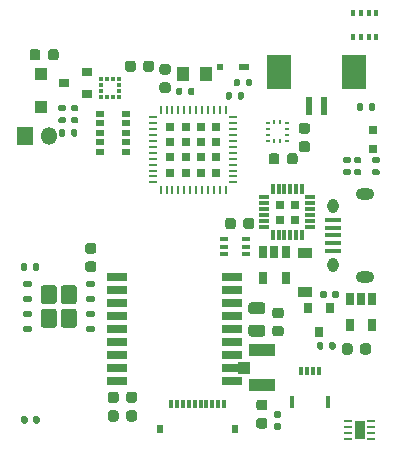
<source format=gtp>
G04 #@! TF.GenerationSoftware,KiCad,Pcbnew,(5.1.9)-1*
G04 #@! TF.CreationDate,2021-05-12T11:04:24-07:00*
G04 #@! TF.ProjectId,Watchy,57617463-6879-42e6-9b69-6361645f7063,rev?*
G04 #@! TF.SameCoordinates,Original*
G04 #@! TF.FileFunction,Paste,Top*
G04 #@! TF.FilePolarity,Positive*
%FSLAX46Y46*%
G04 Gerber Fmt 4.6, Leading zero omitted, Abs format (unit mm)*
G04 Created by KiCad (PCBNEW (5.1.9)-1) date 2021-05-12 11:04:24*
%MOMM*%
%LPD*%
G01*
G04 APERTURE LIST*
%ADD10R,1.100000X1.050000*%
%ADD11R,2.250000X1.100000*%
%ADD12R,1.800000X0.800000*%
%ADD13O,0.950000X1.250000*%
%ADD14O,1.550000X1.000000*%
%ADD15R,1.350000X0.400000*%
%ADD16R,0.889000X1.600200*%
%ADD17R,0.762000X0.254000*%
%ADD18R,0.300000X0.650000*%
%ADD19R,0.550000X0.800000*%
%ADD20R,0.300000X1.000000*%
%ADD21R,0.300000X0.700000*%
%ADD22R,0.800000X0.500000*%
%ADD23R,0.350000X0.500000*%
%ADD24R,0.304800X0.279400*%
%ADD25R,0.279400X0.304800*%
%ADD26R,0.350000X0.375000*%
%ADD27R,0.375000X0.350000*%
%ADD28R,0.500000X1.600000*%
%ADD29R,2.100000X2.900000*%
%ADD30R,0.780000X0.780000*%
%ADD31R,0.300000X0.850000*%
%ADD32R,0.850000X0.300000*%
%ADD33R,1.000000X1.250000*%
%ADD34R,1.200000X0.900000*%
%ADD35R,0.800000X0.800000*%
%ADD36R,1.100000X1.100000*%
%ADD37R,0.800000X0.900000*%
%ADD38R,0.900000X0.800000*%
%ADD39R,0.772500X0.772500*%
%ADD40R,0.700000X0.250000*%
%ADD41R,0.250000X0.700000*%
%ADD42R,0.650000X1.060000*%
%ADD43R,0.650000X0.400000*%
%ADD44O,1.350000X1.500000*%
%ADD45R,1.350000X1.500000*%
%ADD46R,0.500000X0.500000*%
%ADD47R,0.900000X0.500000*%
G04 APERTURE END LIST*
G36*
G01*
X78068000Y-95244000D02*
X77568000Y-95244000D01*
G75*
G02*
X77343000Y-95019000I0J225000D01*
G01*
X77343000Y-94569000D01*
G75*
G02*
X77568000Y-94344000I225000J0D01*
G01*
X78068000Y-94344000D01*
G75*
G02*
X78293000Y-94569000I0J-225000D01*
G01*
X78293000Y-95019000D01*
G75*
G02*
X78068000Y-95244000I-225000J0D01*
G01*
G37*
G36*
G01*
X78068000Y-96794000D02*
X77568000Y-96794000D01*
G75*
G02*
X77343000Y-96569000I0J225000D01*
G01*
X77343000Y-96119000D01*
G75*
G02*
X77568000Y-95894000I225000J0D01*
G01*
X78068000Y-95894000D01*
G75*
G02*
X78293000Y-96119000I0J-225000D01*
G01*
X78293000Y-96569000D01*
G75*
G02*
X78068000Y-96794000I-225000J0D01*
G01*
G37*
G36*
G01*
X82260000Y-79631000D02*
X82260000Y-79131000D01*
G75*
G02*
X82485000Y-78906000I225000J0D01*
G01*
X82935000Y-78906000D01*
G75*
G02*
X83160000Y-79131000I0J-225000D01*
G01*
X83160000Y-79631000D01*
G75*
G02*
X82935000Y-79856000I-225000J0D01*
G01*
X82485000Y-79856000D01*
G75*
G02*
X82260000Y-79631000I0J225000D01*
G01*
G37*
G36*
G01*
X80710000Y-79631000D02*
X80710000Y-79131000D01*
G75*
G02*
X80935000Y-78906000I225000J0D01*
G01*
X81385000Y-78906000D01*
G75*
G02*
X81610000Y-79131000I0J-225000D01*
G01*
X81610000Y-79631000D01*
G75*
G02*
X81385000Y-79856000I-225000J0D01*
G01*
X80935000Y-79856000D01*
G75*
G02*
X80710000Y-79631000I0J225000D01*
G01*
G37*
G36*
G01*
X92342000Y-100360000D02*
X91392000Y-100360000D01*
G75*
G02*
X91142000Y-100110000I0J250000D01*
G01*
X91142000Y-99610000D01*
G75*
G02*
X91392000Y-99360000I250000J0D01*
G01*
X92342000Y-99360000D01*
G75*
G02*
X92592000Y-99610000I0J-250000D01*
G01*
X92592000Y-100110000D01*
G75*
G02*
X92342000Y-100360000I-250000J0D01*
G01*
G37*
G36*
G01*
X92342000Y-102260000D02*
X91392000Y-102260000D01*
G75*
G02*
X91142000Y-102010000I0J250000D01*
G01*
X91142000Y-101510000D01*
G75*
G02*
X91392000Y-101260000I250000J0D01*
G01*
X92342000Y-101260000D01*
G75*
G02*
X92592000Y-101510000I0J-250000D01*
G01*
X92592000Y-102010000D01*
G75*
G02*
X92342000Y-102260000I-250000J0D01*
G01*
G37*
G36*
G01*
X93909000Y-100704000D02*
X93409000Y-100704000D01*
G75*
G02*
X93184000Y-100479000I0J225000D01*
G01*
X93184000Y-100029000D01*
G75*
G02*
X93409000Y-99804000I225000J0D01*
G01*
X93909000Y-99804000D01*
G75*
G02*
X94134000Y-100029000I0J-225000D01*
G01*
X94134000Y-100479000D01*
G75*
G02*
X93909000Y-100704000I-225000J0D01*
G01*
G37*
G36*
G01*
X93909000Y-102254000D02*
X93409000Y-102254000D01*
G75*
G02*
X93184000Y-102029000I0J225000D01*
G01*
X93184000Y-101579000D01*
G75*
G02*
X93409000Y-101354000I225000J0D01*
G01*
X93909000Y-101354000D01*
G75*
G02*
X94134000Y-101579000I0J-225000D01*
G01*
X94134000Y-102029000D01*
G75*
G02*
X93909000Y-102254000I-225000J0D01*
G01*
G37*
D10*
X90750000Y-104900000D03*
D11*
X92300000Y-106375000D03*
X92300000Y-103425000D03*
G36*
G01*
X72050000Y-97930000D02*
X72050000Y-97680000D01*
G75*
G02*
X72175000Y-97555000I125000J0D01*
G01*
X72700000Y-97555000D01*
G75*
G02*
X72825000Y-97680000I0J-125000D01*
G01*
X72825000Y-97930000D01*
G75*
G02*
X72700000Y-98055000I-125000J0D01*
G01*
X72175000Y-98055000D01*
G75*
G02*
X72050000Y-97930000I0J125000D01*
G01*
G37*
G36*
G01*
X72050000Y-99200000D02*
X72050000Y-98950000D01*
G75*
G02*
X72175000Y-98825000I125000J0D01*
G01*
X72700000Y-98825000D01*
G75*
G02*
X72825000Y-98950000I0J-125000D01*
G01*
X72825000Y-99200000D01*
G75*
G02*
X72700000Y-99325000I-125000J0D01*
G01*
X72175000Y-99325000D01*
G75*
G02*
X72050000Y-99200000I0J125000D01*
G01*
G37*
G36*
G01*
X72050000Y-100470000D02*
X72050000Y-100220000D01*
G75*
G02*
X72175000Y-100095000I125000J0D01*
G01*
X72700000Y-100095000D01*
G75*
G02*
X72825000Y-100220000I0J-125000D01*
G01*
X72825000Y-100470000D01*
G75*
G02*
X72700000Y-100595000I-125000J0D01*
G01*
X72175000Y-100595000D01*
G75*
G02*
X72050000Y-100470000I0J125000D01*
G01*
G37*
G36*
G01*
X72050000Y-101740000D02*
X72050000Y-101490000D01*
G75*
G02*
X72175000Y-101365000I125000J0D01*
G01*
X72700000Y-101365000D01*
G75*
G02*
X72825000Y-101490000I0J-125000D01*
G01*
X72825000Y-101740000D01*
G75*
G02*
X72700000Y-101865000I-125000J0D01*
G01*
X72175000Y-101865000D01*
G75*
G02*
X72050000Y-101740000I0J125000D01*
G01*
G37*
G36*
G01*
X77375000Y-101740000D02*
X77375000Y-101490000D01*
G75*
G02*
X77500000Y-101365000I125000J0D01*
G01*
X78025000Y-101365000D01*
G75*
G02*
X78150000Y-101490000I0J-125000D01*
G01*
X78150000Y-101740000D01*
G75*
G02*
X78025000Y-101865000I-125000J0D01*
G01*
X77500000Y-101865000D01*
G75*
G02*
X77375000Y-101740000I0J125000D01*
G01*
G37*
G36*
G01*
X77375000Y-100470000D02*
X77375000Y-100220000D01*
G75*
G02*
X77500000Y-100095000I125000J0D01*
G01*
X78025000Y-100095000D01*
G75*
G02*
X78150000Y-100220000I0J-125000D01*
G01*
X78150000Y-100470000D01*
G75*
G02*
X78025000Y-100595000I-125000J0D01*
G01*
X77500000Y-100595000D01*
G75*
G02*
X77375000Y-100470000I0J125000D01*
G01*
G37*
G36*
G01*
X77375000Y-99200000D02*
X77375000Y-98950000D01*
G75*
G02*
X77500000Y-98825000I125000J0D01*
G01*
X78025000Y-98825000D01*
G75*
G02*
X78150000Y-98950000I0J-125000D01*
G01*
X78150000Y-99200000D01*
G75*
G02*
X78025000Y-99325000I-125000J0D01*
G01*
X77500000Y-99325000D01*
G75*
G02*
X77375000Y-99200000I0J125000D01*
G01*
G37*
G36*
G01*
X77375000Y-97930000D02*
X77375000Y-97680000D01*
G75*
G02*
X77500000Y-97555000I125000J0D01*
G01*
X78025000Y-97555000D01*
G75*
G02*
X78150000Y-97680000I0J-125000D01*
G01*
X78150000Y-97930000D01*
G75*
G02*
X78025000Y-98055000I-125000J0D01*
G01*
X77500000Y-98055000D01*
G75*
G02*
X77375000Y-97930000I0J125000D01*
G01*
G37*
G36*
G01*
X73565000Y-99265005D02*
X73565000Y-98154995D01*
G75*
G02*
X73814995Y-97905000I249995J0D01*
G01*
X74685005Y-97905000D01*
G75*
G02*
X74935000Y-98154995I0J-249995D01*
G01*
X74935000Y-99265005D01*
G75*
G02*
X74685005Y-99515000I-249995J0D01*
G01*
X73814995Y-99515000D01*
G75*
G02*
X73565000Y-99265005I0J249995D01*
G01*
G37*
G36*
G01*
X73565000Y-101265005D02*
X73565000Y-100154995D01*
G75*
G02*
X73814995Y-99905000I249995J0D01*
G01*
X74685005Y-99905000D01*
G75*
G02*
X74935000Y-100154995I0J-249995D01*
G01*
X74935000Y-101265005D01*
G75*
G02*
X74685005Y-101515000I-249995J0D01*
G01*
X73814995Y-101515000D01*
G75*
G02*
X73565000Y-101265005I0J249995D01*
G01*
G37*
G36*
G01*
X75265000Y-99265005D02*
X75265000Y-98154995D01*
G75*
G02*
X75514995Y-97905000I249995J0D01*
G01*
X76385005Y-97905000D01*
G75*
G02*
X76635000Y-98154995I0J-249995D01*
G01*
X76635000Y-99265005D01*
G75*
G02*
X76385005Y-99515000I-249995J0D01*
G01*
X75514995Y-99515000D01*
G75*
G02*
X75265000Y-99265005I0J249995D01*
G01*
G37*
G36*
G01*
X75265000Y-101265005D02*
X75265000Y-100154995D01*
G75*
G02*
X75514995Y-99905000I249995J0D01*
G01*
X76385005Y-99905000D01*
G75*
G02*
X76635000Y-100154995I0J-249995D01*
G01*
X76635000Y-101265005D01*
G75*
G02*
X76385005Y-101515000I-249995J0D01*
G01*
X75514995Y-101515000D01*
G75*
G02*
X75265000Y-101265005I0J249995D01*
G01*
G37*
D12*
X80050000Y-97210000D03*
X80050000Y-98310000D03*
X80050000Y-99410000D03*
X80050000Y-100510000D03*
X80050000Y-101610000D03*
X80050000Y-102710000D03*
X80050000Y-103810000D03*
X80050000Y-104910000D03*
X80050000Y-106010000D03*
X89750000Y-106010000D03*
X89750000Y-104910000D03*
X89750000Y-103810000D03*
X89750000Y-102710000D03*
X89750000Y-101610000D03*
X89750000Y-100510000D03*
X89750000Y-99410000D03*
X89750000Y-98310000D03*
X89750000Y-97210000D03*
D13*
X98350000Y-91180000D03*
X98350000Y-96180000D03*
D14*
X101050000Y-90180000D03*
X101050000Y-97180000D03*
D15*
X98350000Y-94980000D03*
X98350000Y-94330000D03*
X98350000Y-93680000D03*
X98350000Y-93030000D03*
X98350000Y-92380000D03*
G36*
G01*
X76265000Y-83670000D02*
X76635000Y-83670000D01*
G75*
G02*
X76770000Y-83805000I0J-135000D01*
G01*
X76770000Y-84075000D01*
G75*
G02*
X76635000Y-84210000I-135000J0D01*
G01*
X76265000Y-84210000D01*
G75*
G02*
X76130000Y-84075000I0J135000D01*
G01*
X76130000Y-83805000D01*
G75*
G02*
X76265000Y-83670000I135000J0D01*
G01*
G37*
G36*
G01*
X76265000Y-82650000D02*
X76635000Y-82650000D01*
G75*
G02*
X76770000Y-82785000I0J-135000D01*
G01*
X76770000Y-83055000D01*
G75*
G02*
X76635000Y-83190000I-135000J0D01*
G01*
X76265000Y-83190000D01*
G75*
G02*
X76130000Y-83055000I0J135000D01*
G01*
X76130000Y-82785000D01*
G75*
G02*
X76265000Y-82650000I135000J0D01*
G01*
G37*
G36*
G01*
X101755000Y-88070000D02*
X102125000Y-88070000D01*
G75*
G02*
X102260000Y-88205000I0J-135000D01*
G01*
X102260000Y-88475000D01*
G75*
G02*
X102125000Y-88610000I-135000J0D01*
G01*
X101755000Y-88610000D01*
G75*
G02*
X101620000Y-88475000I0J135000D01*
G01*
X101620000Y-88205000D01*
G75*
G02*
X101755000Y-88070000I135000J0D01*
G01*
G37*
G36*
G01*
X101755000Y-87050000D02*
X102125000Y-87050000D01*
G75*
G02*
X102260000Y-87185000I0J-135000D01*
G01*
X102260000Y-87455000D01*
G75*
G02*
X102125000Y-87590000I-135000J0D01*
G01*
X101755000Y-87590000D01*
G75*
G02*
X101620000Y-87455000I0J135000D01*
G01*
X101620000Y-87185000D01*
G75*
G02*
X101755000Y-87050000I135000J0D01*
G01*
G37*
G36*
G01*
X97990000Y-103225000D02*
X97990000Y-102855000D01*
G75*
G02*
X98125000Y-102720000I135000J0D01*
G01*
X98395000Y-102720000D01*
G75*
G02*
X98530000Y-102855000I0J-135000D01*
G01*
X98530000Y-103225000D01*
G75*
G02*
X98395000Y-103360000I-135000J0D01*
G01*
X98125000Y-103360000D01*
G75*
G02*
X97990000Y-103225000I0J135000D01*
G01*
G37*
G36*
G01*
X96970000Y-103225000D02*
X96970000Y-102855000D01*
G75*
G02*
X97105000Y-102720000I135000J0D01*
G01*
X97375000Y-102720000D01*
G75*
G02*
X97510000Y-102855000I0J-135000D01*
G01*
X97510000Y-103225000D01*
G75*
G02*
X97375000Y-103360000I-135000J0D01*
G01*
X97105000Y-103360000D01*
G75*
G02*
X96970000Y-103225000I0J135000D01*
G01*
G37*
G36*
G01*
X97780000Y-98525000D02*
X97780000Y-98895000D01*
G75*
G02*
X97645000Y-99030000I-135000J0D01*
G01*
X97375000Y-99030000D01*
G75*
G02*
X97240000Y-98895000I0J135000D01*
G01*
X97240000Y-98525000D01*
G75*
G02*
X97375000Y-98390000I135000J0D01*
G01*
X97645000Y-98390000D01*
G75*
G02*
X97780000Y-98525000I0J-135000D01*
G01*
G37*
G36*
G01*
X98800000Y-98525000D02*
X98800000Y-98895000D01*
G75*
G02*
X98665000Y-99030000I-135000J0D01*
G01*
X98395000Y-99030000D01*
G75*
G02*
X98260000Y-98895000I0J135000D01*
G01*
X98260000Y-98525000D01*
G75*
G02*
X98395000Y-98390000I135000J0D01*
G01*
X98665000Y-98390000D01*
G75*
G02*
X98800000Y-98525000I0J-135000D01*
G01*
G37*
G36*
G01*
X99685000Y-87590000D02*
X99315000Y-87590000D01*
G75*
G02*
X99180000Y-87455000I0J135000D01*
G01*
X99180000Y-87185000D01*
G75*
G02*
X99315000Y-87050000I135000J0D01*
G01*
X99685000Y-87050000D01*
G75*
G02*
X99820000Y-87185000I0J-135000D01*
G01*
X99820000Y-87455000D01*
G75*
G02*
X99685000Y-87590000I-135000J0D01*
G01*
G37*
G36*
G01*
X99685000Y-88610000D02*
X99315000Y-88610000D01*
G75*
G02*
X99180000Y-88475000I0J135000D01*
G01*
X99180000Y-88205000D01*
G75*
G02*
X99315000Y-88070000I135000J0D01*
G01*
X99685000Y-88070000D01*
G75*
G02*
X99820000Y-88205000I0J-135000D01*
G01*
X99820000Y-88475000D01*
G75*
G02*
X99685000Y-88610000I-135000J0D01*
G01*
G37*
G36*
G01*
X100585000Y-87590000D02*
X100215000Y-87590000D01*
G75*
G02*
X100080000Y-87455000I0J135000D01*
G01*
X100080000Y-87185000D01*
G75*
G02*
X100215000Y-87050000I135000J0D01*
G01*
X100585000Y-87050000D01*
G75*
G02*
X100720000Y-87185000I0J-135000D01*
G01*
X100720000Y-87455000D01*
G75*
G02*
X100585000Y-87590000I-135000J0D01*
G01*
G37*
G36*
G01*
X100585000Y-88610000D02*
X100215000Y-88610000D01*
G75*
G02*
X100080000Y-88475000I0J135000D01*
G01*
X100080000Y-88205000D01*
G75*
G02*
X100215000Y-88070000I135000J0D01*
G01*
X100585000Y-88070000D01*
G75*
G02*
X100720000Y-88205000I0J-135000D01*
G01*
X100720000Y-88475000D01*
G75*
G02*
X100585000Y-88610000I-135000J0D01*
G01*
G37*
G36*
G01*
X72940000Y-109495000D02*
X72940000Y-109125000D01*
G75*
G02*
X73075000Y-108990000I135000J0D01*
G01*
X73345000Y-108990000D01*
G75*
G02*
X73480000Y-109125000I0J-135000D01*
G01*
X73480000Y-109495000D01*
G75*
G02*
X73345000Y-109630000I-135000J0D01*
G01*
X73075000Y-109630000D01*
G75*
G02*
X72940000Y-109495000I0J135000D01*
G01*
G37*
G36*
G01*
X71920000Y-109495000D02*
X71920000Y-109125000D01*
G75*
G02*
X72055000Y-108990000I135000J0D01*
G01*
X72325000Y-108990000D01*
G75*
G02*
X72460000Y-109125000I0J-135000D01*
G01*
X72460000Y-109495000D01*
G75*
G02*
X72325000Y-109630000I-135000J0D01*
G01*
X72055000Y-109630000D01*
G75*
G02*
X71920000Y-109495000I0J135000D01*
G01*
G37*
G36*
G01*
X93795000Y-109140000D02*
X93425000Y-109140000D01*
G75*
G02*
X93290000Y-109005000I0J135000D01*
G01*
X93290000Y-108735000D01*
G75*
G02*
X93425000Y-108600000I135000J0D01*
G01*
X93795000Y-108600000D01*
G75*
G02*
X93930000Y-108735000I0J-135000D01*
G01*
X93930000Y-109005000D01*
G75*
G02*
X93795000Y-109140000I-135000J0D01*
G01*
G37*
G36*
G01*
X93795000Y-110160000D02*
X93425000Y-110160000D01*
G75*
G02*
X93290000Y-110025000I0J135000D01*
G01*
X93290000Y-109755000D01*
G75*
G02*
X93425000Y-109620000I135000J0D01*
G01*
X93795000Y-109620000D01*
G75*
G02*
X93930000Y-109755000I0J-135000D01*
G01*
X93930000Y-110025000D01*
G75*
G02*
X93795000Y-110160000I-135000J0D01*
G01*
G37*
G36*
G01*
X76140000Y-85195000D02*
X76140000Y-84825000D01*
G75*
G02*
X76275000Y-84690000I135000J0D01*
G01*
X76545000Y-84690000D01*
G75*
G02*
X76680000Y-84825000I0J-135000D01*
G01*
X76680000Y-85195000D01*
G75*
G02*
X76545000Y-85330000I-135000J0D01*
G01*
X76275000Y-85330000D01*
G75*
G02*
X76140000Y-85195000I0J135000D01*
G01*
G37*
G36*
G01*
X75120000Y-85195000D02*
X75120000Y-84825000D01*
G75*
G02*
X75255000Y-84690000I135000J0D01*
G01*
X75525000Y-84690000D01*
G75*
G02*
X75660000Y-84825000I0J-135000D01*
G01*
X75660000Y-85195000D01*
G75*
G02*
X75525000Y-85330000I-135000J0D01*
G01*
X75255000Y-85330000D01*
G75*
G02*
X75120000Y-85195000I0J135000D01*
G01*
G37*
G36*
G01*
X75205000Y-83670000D02*
X75575000Y-83670000D01*
G75*
G02*
X75710000Y-83805000I0J-135000D01*
G01*
X75710000Y-84075000D01*
G75*
G02*
X75575000Y-84210000I-135000J0D01*
G01*
X75205000Y-84210000D01*
G75*
G02*
X75070000Y-84075000I0J135000D01*
G01*
X75070000Y-83805000D01*
G75*
G02*
X75205000Y-83670000I135000J0D01*
G01*
G37*
G36*
G01*
X75205000Y-82650000D02*
X75575000Y-82650000D01*
G75*
G02*
X75710000Y-82785000I0J-135000D01*
G01*
X75710000Y-83055000D01*
G75*
G02*
X75575000Y-83190000I-135000J0D01*
G01*
X75205000Y-83190000D01*
G75*
G02*
X75070000Y-83055000I0J135000D01*
G01*
X75070000Y-82785000D01*
G75*
G02*
X75205000Y-82650000I135000J0D01*
G01*
G37*
G36*
G01*
X72925000Y-96550000D02*
X72925000Y-96180000D01*
G75*
G02*
X73060000Y-96045000I135000J0D01*
G01*
X73330000Y-96045000D01*
G75*
G02*
X73465000Y-96180000I0J-135000D01*
G01*
X73465000Y-96550000D01*
G75*
G02*
X73330000Y-96685000I-135000J0D01*
G01*
X73060000Y-96685000D01*
G75*
G02*
X72925000Y-96550000I0J135000D01*
G01*
G37*
G36*
G01*
X71905000Y-96550000D02*
X71905000Y-96180000D01*
G75*
G02*
X72040000Y-96045000I135000J0D01*
G01*
X72310000Y-96045000D01*
G75*
G02*
X72445000Y-96180000I0J-135000D01*
G01*
X72445000Y-96550000D01*
G75*
G02*
X72310000Y-96685000I-135000J0D01*
G01*
X72040000Y-96685000D01*
G75*
G02*
X71905000Y-96550000I0J135000D01*
G01*
G37*
G36*
G01*
X100860000Y-82625000D02*
X100860000Y-82995000D01*
G75*
G02*
X100725000Y-83130000I-135000J0D01*
G01*
X100455000Y-83130000D01*
G75*
G02*
X100320000Y-82995000I0J135000D01*
G01*
X100320000Y-82625000D01*
G75*
G02*
X100455000Y-82490000I135000J0D01*
G01*
X100725000Y-82490000D01*
G75*
G02*
X100860000Y-82625000I0J-135000D01*
G01*
G37*
G36*
G01*
X101880000Y-82625000D02*
X101880000Y-82995000D01*
G75*
G02*
X101745000Y-83130000I-135000J0D01*
G01*
X101475000Y-83130000D01*
G75*
G02*
X101340000Y-82995000I0J135000D01*
G01*
X101340000Y-82625000D01*
G75*
G02*
X101475000Y-82490000I135000J0D01*
G01*
X101745000Y-82490000D01*
G75*
G02*
X101880000Y-82625000I0J-135000D01*
G01*
G37*
G36*
G01*
X89758000Y-81696000D02*
X89758000Y-82066000D01*
G75*
G02*
X89623000Y-82201000I-135000J0D01*
G01*
X89353000Y-82201000D01*
G75*
G02*
X89218000Y-82066000I0J135000D01*
G01*
X89218000Y-81696000D01*
G75*
G02*
X89353000Y-81561000I135000J0D01*
G01*
X89623000Y-81561000D01*
G75*
G02*
X89758000Y-81696000I0J-135000D01*
G01*
G37*
G36*
G01*
X90778000Y-81696000D02*
X90778000Y-82066000D01*
G75*
G02*
X90643000Y-82201000I-135000J0D01*
G01*
X90373000Y-82201000D01*
G75*
G02*
X90238000Y-82066000I0J135000D01*
G01*
X90238000Y-81696000D01*
G75*
G02*
X90373000Y-81561000I135000J0D01*
G01*
X90643000Y-81561000D01*
G75*
G02*
X90778000Y-81696000I0J-135000D01*
G01*
G37*
G36*
G01*
X90935000Y-80940000D02*
X90935000Y-80570000D01*
G75*
G02*
X91070000Y-80435000I135000J0D01*
G01*
X91340000Y-80435000D01*
G75*
G02*
X91475000Y-80570000I0J-135000D01*
G01*
X91475000Y-80940000D01*
G75*
G02*
X91340000Y-81075000I-135000J0D01*
G01*
X91070000Y-81075000D01*
G75*
G02*
X90935000Y-80940000I0J135000D01*
G01*
G37*
G36*
G01*
X89915000Y-80940000D02*
X89915000Y-80570000D01*
G75*
G02*
X90050000Y-80435000I135000J0D01*
G01*
X90320000Y-80435000D01*
G75*
G02*
X90455000Y-80570000I0J-135000D01*
G01*
X90455000Y-80940000D01*
G75*
G02*
X90320000Y-81075000I-135000J0D01*
G01*
X90050000Y-81075000D01*
G75*
G02*
X89915000Y-80940000I0J135000D01*
G01*
G37*
G36*
G01*
X85560000Y-81325000D02*
X85560000Y-81695000D01*
G75*
G02*
X85425000Y-81830000I-135000J0D01*
G01*
X85155000Y-81830000D01*
G75*
G02*
X85020000Y-81695000I0J135000D01*
G01*
X85020000Y-81325000D01*
G75*
G02*
X85155000Y-81190000I135000J0D01*
G01*
X85425000Y-81190000D01*
G75*
G02*
X85560000Y-81325000I0J-135000D01*
G01*
G37*
G36*
G01*
X86580000Y-81325000D02*
X86580000Y-81695000D01*
G75*
G02*
X86445000Y-81830000I-135000J0D01*
G01*
X86175000Y-81830000D01*
G75*
G02*
X86040000Y-81695000I0J135000D01*
G01*
X86040000Y-81325000D01*
G75*
G02*
X86175000Y-81190000I135000J0D01*
G01*
X86445000Y-81190000D01*
G75*
G02*
X86580000Y-81325000I0J-135000D01*
G01*
G37*
G36*
G01*
X95650000Y-85735000D02*
X96150000Y-85735000D01*
G75*
G02*
X96375000Y-85960000I0J-225000D01*
G01*
X96375000Y-86410000D01*
G75*
G02*
X96150000Y-86635000I-225000J0D01*
G01*
X95650000Y-86635000D01*
G75*
G02*
X95425000Y-86410000I0J225000D01*
G01*
X95425000Y-85960000D01*
G75*
G02*
X95650000Y-85735000I225000J0D01*
G01*
G37*
G36*
G01*
X95650000Y-84185000D02*
X96150000Y-84185000D01*
G75*
G02*
X96375000Y-84410000I0J-225000D01*
G01*
X96375000Y-84860000D01*
G75*
G02*
X96150000Y-85085000I-225000J0D01*
G01*
X95650000Y-85085000D01*
G75*
G02*
X95425000Y-84860000I0J225000D01*
G01*
X95425000Y-84410000D01*
G75*
G02*
X95650000Y-84185000I225000J0D01*
G01*
G37*
G36*
G01*
X94425000Y-87460000D02*
X94425000Y-86960000D01*
G75*
G02*
X94650000Y-86735000I225000J0D01*
G01*
X95100000Y-86735000D01*
G75*
G02*
X95325000Y-86960000I0J-225000D01*
G01*
X95325000Y-87460000D01*
G75*
G02*
X95100000Y-87685000I-225000J0D01*
G01*
X94650000Y-87685000D01*
G75*
G02*
X94425000Y-87460000I0J225000D01*
G01*
G37*
G36*
G01*
X92875000Y-87460000D02*
X92875000Y-86960000D01*
G75*
G02*
X93100000Y-86735000I225000J0D01*
G01*
X93550000Y-86735000D01*
G75*
G02*
X93775000Y-86960000I0J-225000D01*
G01*
X93775000Y-87460000D01*
G75*
G02*
X93550000Y-87685000I-225000J0D01*
G01*
X93100000Y-87685000D01*
G75*
G02*
X92875000Y-87460000I0J225000D01*
G01*
G37*
G36*
G01*
X100625000Y-103560000D02*
X100625000Y-103060000D01*
G75*
G02*
X100850000Y-102835000I225000J0D01*
G01*
X101300000Y-102835000D01*
G75*
G02*
X101525000Y-103060000I0J-225000D01*
G01*
X101525000Y-103560000D01*
G75*
G02*
X101300000Y-103785000I-225000J0D01*
G01*
X100850000Y-103785000D01*
G75*
G02*
X100625000Y-103560000I0J225000D01*
G01*
G37*
G36*
G01*
X99075000Y-103560000D02*
X99075000Y-103060000D01*
G75*
G02*
X99300000Y-102835000I225000J0D01*
G01*
X99750000Y-102835000D01*
G75*
G02*
X99975000Y-103060000I0J-225000D01*
G01*
X99975000Y-103560000D01*
G75*
G02*
X99750000Y-103785000I-225000J0D01*
G01*
X99300000Y-103785000D01*
G75*
G02*
X99075000Y-103560000I0J225000D01*
G01*
G37*
G36*
G01*
X80815000Y-107660000D02*
X80815000Y-107160000D01*
G75*
G02*
X81040000Y-106935000I225000J0D01*
G01*
X81490000Y-106935000D01*
G75*
G02*
X81715000Y-107160000I0J-225000D01*
G01*
X81715000Y-107660000D01*
G75*
G02*
X81490000Y-107885000I-225000J0D01*
G01*
X81040000Y-107885000D01*
G75*
G02*
X80815000Y-107660000I0J225000D01*
G01*
G37*
G36*
G01*
X79265000Y-107660000D02*
X79265000Y-107160000D01*
G75*
G02*
X79490000Y-106935000I225000J0D01*
G01*
X79940000Y-106935000D01*
G75*
G02*
X80165000Y-107160000I0J-225000D01*
G01*
X80165000Y-107660000D01*
G75*
G02*
X79940000Y-107885000I-225000J0D01*
G01*
X79490000Y-107885000D01*
G75*
G02*
X79265000Y-107660000I0J225000D01*
G01*
G37*
G36*
G01*
X80815000Y-109230000D02*
X80815000Y-108730000D01*
G75*
G02*
X81040000Y-108505000I225000J0D01*
G01*
X81490000Y-108505000D01*
G75*
G02*
X81715000Y-108730000I0J-225000D01*
G01*
X81715000Y-109230000D01*
G75*
G02*
X81490000Y-109455000I-225000J0D01*
G01*
X81040000Y-109455000D01*
G75*
G02*
X80815000Y-109230000I0J225000D01*
G01*
G37*
G36*
G01*
X79265000Y-109230000D02*
X79265000Y-108730000D01*
G75*
G02*
X79490000Y-108505000I225000J0D01*
G01*
X79940000Y-108505000D01*
G75*
G02*
X80165000Y-108730000I0J-225000D01*
G01*
X80165000Y-109230000D01*
G75*
G02*
X79940000Y-109455000I-225000J0D01*
G01*
X79490000Y-109455000D01*
G75*
G02*
X79265000Y-109230000I0J225000D01*
G01*
G37*
G36*
G01*
X92040000Y-109155000D02*
X92540000Y-109155000D01*
G75*
G02*
X92765000Y-109380000I0J-225000D01*
G01*
X92765000Y-109830000D01*
G75*
G02*
X92540000Y-110055000I-225000J0D01*
G01*
X92040000Y-110055000D01*
G75*
G02*
X91815000Y-109830000I0J225000D01*
G01*
X91815000Y-109380000D01*
G75*
G02*
X92040000Y-109155000I225000J0D01*
G01*
G37*
G36*
G01*
X92040000Y-107605000D02*
X92540000Y-107605000D01*
G75*
G02*
X92765000Y-107830000I0J-225000D01*
G01*
X92765000Y-108280000D01*
G75*
G02*
X92540000Y-108505000I-225000J0D01*
G01*
X92040000Y-108505000D01*
G75*
G02*
X91815000Y-108280000I0J225000D01*
G01*
X91815000Y-107830000D01*
G75*
G02*
X92040000Y-107605000I225000J0D01*
G01*
G37*
D16*
X100578000Y-110161000D03*
D17*
X99600100Y-110911001D03*
X99600100Y-110411000D03*
X99600100Y-109911000D03*
X99600100Y-109410999D03*
X101555900Y-109410999D03*
X101555900Y-109911000D03*
X101555900Y-110411000D03*
X101555900Y-110911001D03*
D18*
X84600000Y-107986000D03*
X85100000Y-107986000D03*
X85600000Y-107986000D03*
X86100000Y-107986000D03*
X86600000Y-107986000D03*
X87100000Y-107986000D03*
X87600000Y-107986000D03*
X88100000Y-107986000D03*
X88600000Y-107986000D03*
X89100000Y-107986000D03*
D19*
X83675000Y-110061000D03*
X90025000Y-110061000D03*
D20*
X97890000Y-107825000D03*
X94810000Y-107825000D03*
D21*
X97100000Y-105175000D03*
X96600000Y-105175000D03*
X96100000Y-105175000D03*
X95600000Y-105175000D03*
D22*
X80800000Y-83410000D03*
X80800000Y-84210000D03*
X80800000Y-85010000D03*
X80800000Y-85810000D03*
X80800000Y-86610000D03*
X78600000Y-86610000D03*
X78600000Y-85810000D03*
X78600000Y-85010000D03*
X78600000Y-84210000D03*
X78600000Y-83410000D03*
D23*
X100025000Y-76935000D03*
X100675000Y-76935000D03*
X101325000Y-76935000D03*
X101975000Y-76935000D03*
X101975000Y-74885000D03*
X101325000Y-74885000D03*
X100675000Y-74885000D03*
X100025000Y-74885000D03*
D24*
X92774500Y-84159999D03*
X92774500Y-84660000D03*
X92774500Y-85160000D03*
X92774500Y-85660001D03*
D25*
X93350000Y-85735500D03*
X93850000Y-85735500D03*
D24*
X94425500Y-85660001D03*
X94425500Y-85160000D03*
X94425500Y-84660000D03*
X94425500Y-84159999D03*
D25*
X93850000Y-84084500D03*
X93350000Y-84084500D03*
G36*
G01*
X74185000Y-78650000D02*
X74185000Y-78150000D01*
G75*
G02*
X74410000Y-77925000I225000J0D01*
G01*
X74860000Y-77925000D01*
G75*
G02*
X75085000Y-78150000I0J-225000D01*
G01*
X75085000Y-78650000D01*
G75*
G02*
X74860000Y-78875000I-225000J0D01*
G01*
X74410000Y-78875000D01*
G75*
G02*
X74185000Y-78650000I0J225000D01*
G01*
G37*
G36*
G01*
X72635000Y-78650000D02*
X72635000Y-78150000D01*
G75*
G02*
X72860000Y-77925000I225000J0D01*
G01*
X73310000Y-77925000D01*
G75*
G02*
X73535000Y-78150000I0J-225000D01*
G01*
X73535000Y-78650000D01*
G75*
G02*
X73310000Y-78875000I-225000J0D01*
G01*
X72860000Y-78875000D01*
G75*
G02*
X72635000Y-78650000I0J225000D01*
G01*
G37*
G36*
G01*
X90735000Y-92940000D02*
X90735000Y-92440000D01*
G75*
G02*
X90960000Y-92215000I225000J0D01*
G01*
X91410000Y-92215000D01*
G75*
G02*
X91635000Y-92440000I0J-225000D01*
G01*
X91635000Y-92940000D01*
G75*
G02*
X91410000Y-93165000I-225000J0D01*
G01*
X90960000Y-93165000D01*
G75*
G02*
X90735000Y-92940000I0J225000D01*
G01*
G37*
G36*
G01*
X89185000Y-92940000D02*
X89185000Y-92440000D01*
G75*
G02*
X89410000Y-92215000I225000J0D01*
G01*
X89860000Y-92215000D01*
G75*
G02*
X90085000Y-92440000I0J-225000D01*
G01*
X90085000Y-92940000D01*
G75*
G02*
X89860000Y-93165000I-225000J0D01*
G01*
X89410000Y-93165000D01*
G75*
G02*
X89185000Y-92940000I0J225000D01*
G01*
G37*
G36*
G01*
X84350000Y-80085000D02*
X83850000Y-80085000D01*
G75*
G02*
X83625000Y-79860000I0J225000D01*
G01*
X83625000Y-79410000D01*
G75*
G02*
X83850000Y-79185000I225000J0D01*
G01*
X84350000Y-79185000D01*
G75*
G02*
X84575000Y-79410000I0J-225000D01*
G01*
X84575000Y-79860000D01*
G75*
G02*
X84350000Y-80085000I-225000J0D01*
G01*
G37*
G36*
G01*
X84350000Y-81635000D02*
X83850000Y-81635000D01*
G75*
G02*
X83625000Y-81410000I0J225000D01*
G01*
X83625000Y-80960000D01*
G75*
G02*
X83850000Y-80735000I225000J0D01*
G01*
X84350000Y-80735000D01*
G75*
G02*
X84575000Y-80960000I0J-225000D01*
G01*
X84575000Y-81410000D01*
G75*
G02*
X84350000Y-81635000I-225000J0D01*
G01*
G37*
D26*
X79710000Y-81982500D03*
X79210000Y-81982500D03*
X79210000Y-80457500D03*
X79710000Y-80457500D03*
D27*
X78697500Y-81970000D03*
X80222500Y-81970000D03*
X78697500Y-80470000D03*
X80222500Y-80470000D03*
X78697500Y-80970000D03*
X78697500Y-81470000D03*
X80222500Y-80970000D03*
X80222500Y-81470000D03*
D28*
X96275000Y-82710000D03*
X97525000Y-82710000D03*
D29*
X100075000Y-79860000D03*
X93743000Y-79860000D03*
D30*
X93810000Y-91080000D03*
X93810000Y-92380000D03*
X95110000Y-91080000D03*
X95110000Y-92380000D03*
D31*
X93210000Y-89780000D03*
X93710000Y-89780000D03*
X94210000Y-89780000D03*
X94710000Y-89780000D03*
X95210000Y-89780000D03*
X95710000Y-89780000D03*
D32*
X96410000Y-90480000D03*
X96410000Y-90980000D03*
X96410000Y-91480000D03*
X96410000Y-91980000D03*
X96410000Y-92480000D03*
X96410000Y-92980000D03*
D31*
X95710000Y-93680000D03*
X95210000Y-93680000D03*
X94710000Y-93680000D03*
X94210000Y-93680000D03*
X93710000Y-93680000D03*
X93210000Y-93680000D03*
D32*
X92510000Y-92980000D03*
X92510000Y-92480000D03*
X92510000Y-91980000D03*
X92510000Y-91480000D03*
X92510000Y-90980000D03*
X92510000Y-90480000D03*
D33*
X85593000Y-80042000D03*
X87593000Y-80042000D03*
D34*
X95970000Y-95180000D03*
X95970000Y-98480000D03*
D35*
X101740000Y-84780000D03*
X101740000Y-86380000D03*
D36*
X73610000Y-82805000D03*
X73610000Y-80005000D03*
D37*
X98100000Y-99880000D03*
X96200000Y-99880000D03*
X97150000Y-101880000D03*
D38*
X77510000Y-81750000D03*
X77510000Y-79850000D03*
X75510000Y-80800000D03*
D39*
X88405000Y-84520000D03*
X87117500Y-84520000D03*
X85830000Y-84520000D03*
X84542500Y-84520000D03*
X88405000Y-85807500D03*
X87117500Y-85807500D03*
X85830000Y-85807500D03*
X84542500Y-85807500D03*
X88405000Y-87095000D03*
X87117500Y-87095000D03*
X85830000Y-87095000D03*
X84542500Y-87095000D03*
X88405000Y-88382500D03*
X87117500Y-88382500D03*
X85830000Y-88382500D03*
X84542500Y-88382500D03*
D40*
X89873750Y-83701250D03*
X89873750Y-84201250D03*
X89873750Y-84701250D03*
X89873750Y-85201250D03*
X89873750Y-85701250D03*
X89873750Y-86201250D03*
X89873750Y-86701250D03*
X89873750Y-87201250D03*
X89873750Y-87701250D03*
X89873750Y-88201250D03*
X89873750Y-88701250D03*
X89873750Y-89201250D03*
D41*
X89223750Y-89851250D03*
X88723750Y-89851250D03*
X88223750Y-89851250D03*
X87723750Y-89851250D03*
X87223750Y-89851250D03*
X86723750Y-89851250D03*
X86223750Y-89851250D03*
X85723750Y-89851250D03*
X85223750Y-89851250D03*
X84723750Y-89851250D03*
X84223750Y-89851250D03*
X83723750Y-89851250D03*
D40*
X83073750Y-89201250D03*
X83073750Y-88701250D03*
X83073750Y-88201250D03*
X83073750Y-87701250D03*
X83073750Y-87201250D03*
X83073750Y-86701250D03*
X83073750Y-86201250D03*
X83073750Y-85701250D03*
X83073750Y-85201250D03*
X83073750Y-84701250D03*
X83073750Y-84201250D03*
X83073750Y-83701250D03*
D41*
X83723750Y-83051250D03*
X84223750Y-83051250D03*
X84723750Y-83051250D03*
X85223750Y-83051250D03*
X85723750Y-83051250D03*
X86223750Y-83051250D03*
X86723750Y-83051250D03*
X87223750Y-83051250D03*
X87723750Y-83051250D03*
X88223750Y-83051250D03*
X88723750Y-83051250D03*
X89223750Y-83051250D03*
D42*
X94310000Y-95130000D03*
X93360000Y-95130000D03*
X92410000Y-95130000D03*
X92410000Y-97330000D03*
X94310000Y-97330000D03*
X101650000Y-101280000D03*
X99750000Y-101280000D03*
X99750000Y-99080000D03*
X100700000Y-99080000D03*
X101650000Y-99080000D03*
D43*
X89060000Y-95290000D03*
X89060000Y-93990000D03*
X90960000Y-94640000D03*
X89060000Y-94640000D03*
X90960000Y-93990000D03*
X90960000Y-95290000D03*
D44*
X74274000Y-85266000D03*
D45*
X72274000Y-85266000D03*
D46*
X88725000Y-79430000D03*
D47*
X90825000Y-79430000D03*
M02*

</source>
